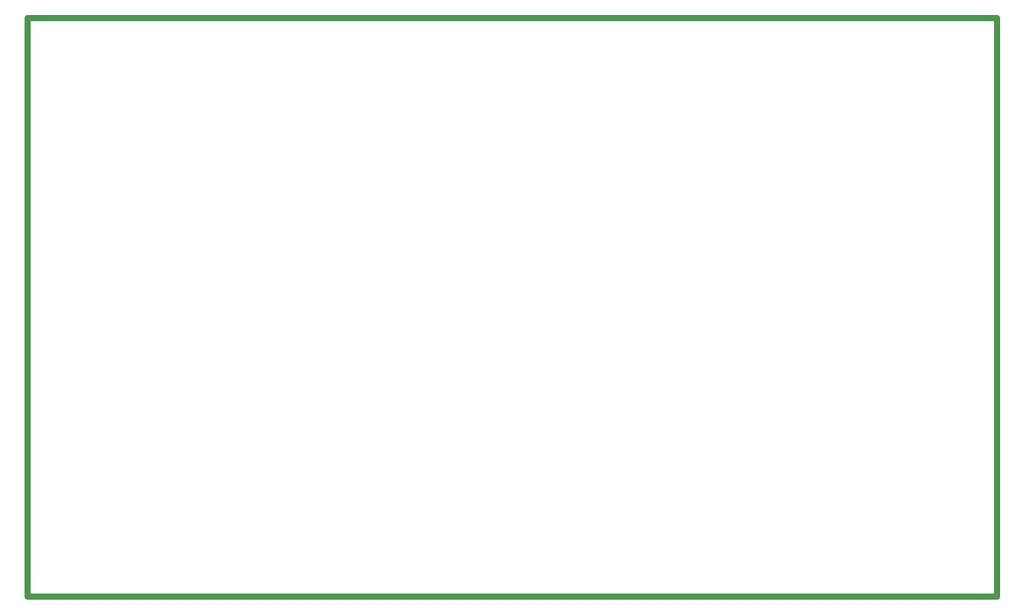
<source format=gm1>
%FSLAX44Y44*%
%MOMM*%
G71*
G01*
G75*
G04 Layer_Color=16711935*
%ADD10R,1.5000X1.3000*%
%ADD11C,0.5080*%
%ADD12C,0.7620*%
%ADD13C,0.3810*%
%ADD14C,6.3500*%
%ADD15R,2.2860X2.2860*%
%ADD16C,2.2860*%
%ADD17C,3.0480*%
%ADD18R,1.5240X2.0320*%
%ADD19O,1.5240X2.0320*%
%ADD20O,2.0320X1.5240*%
%ADD21R,2.0320X1.5240*%
%ADD22C,2.1590*%
%ADD23C,2.8000*%
%ADD24C,1.7780*%
%ADD25C,1.5000*%
%ADD26R,4.0000X2.0000*%
%ADD27R,1.3000X1.5000*%
D12*
X-33020Y-35560D02*
Y683260D01*
X1170940D01*
Y-35560D02*
Y683260D01*
X-33020Y-35560D02*
X1170940D01*
M02*

</source>
